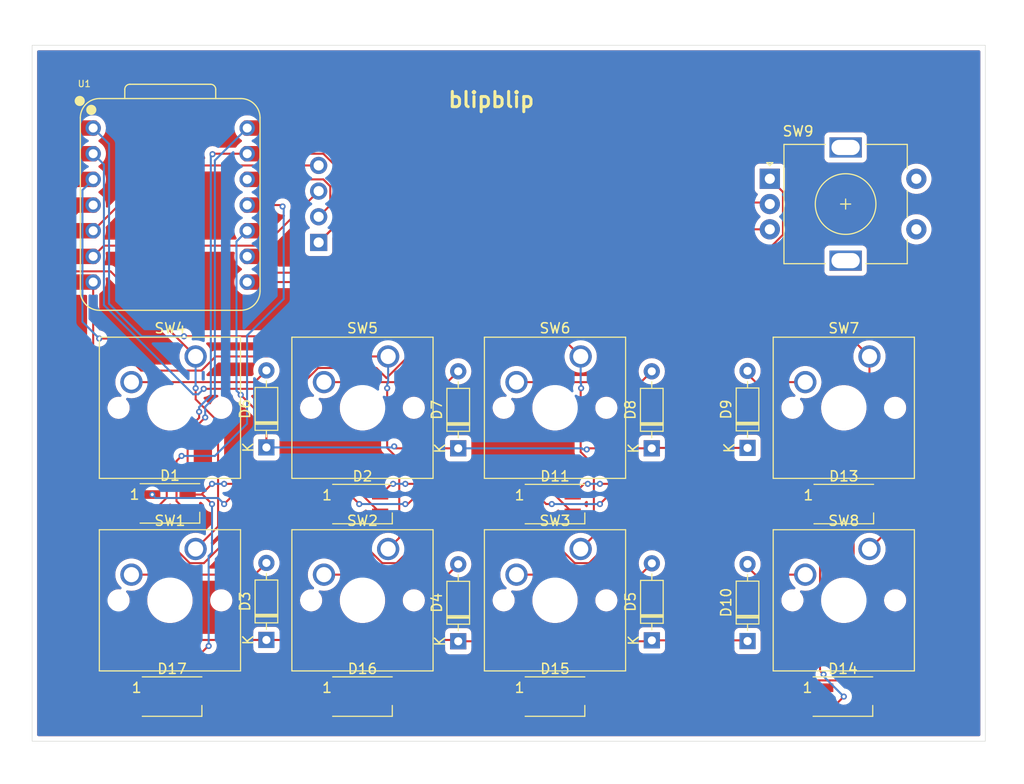
<source format=kicad_pcb>
(kicad_pcb (version 20240108) (generator "pcbnew") (generator_version "8.0")
  (layers (0 "F.Cu" signal) (31 "B.Cu" signal) (34 "B.Paste" user) (35 "F.Paste" user) (36 "B.SilkS" user "B.Silkscreen") (37 "F.SilkS" user "F.Silkscreen") (38 "B.Mask" user) (39 "F.Mask" user) (44 "Edge.Cuts" user))
  (net 0 "")
  (net 1 "+5V")
  (net 2 "NEOPIXEL")
  (net 3 "Net-(D1-DOUT)")
  (net 4 "GND")
  (net 5 "Net-(D11-DIN)")
  (net 6 "Net-(D11-DOUT)")
  (net 7 "SDA")
  (net 8 "SCL")
  (net 9 "3V3")
  (net 10 "Net-(D3-A)")
  (net 11 "col2")
  (net 12 "Net-(D4-A)")
  (net 13 "Net-(D5-A)")
  (net 14 "col3")
  (net 15 "Net-(D6-A)")
  (net 16 "Net-(D7-A)")
  (net 17 "Net-(D8-A)")
  (net 18 "col4")
  (net 19 "Net-(D9-A)")
  (net 20 "Net-(D10-A)")
  (net 21 "row2")
  (net 22 "row1")
  (net 23 "col1")
  (net 24 "EC11A")
  (net 25 "EC11B")
  (net 26 "Net-(D14-DOUT)")
  (net 27 "Net-(D15-DOUT)")
  (net 28 "Net-(D16-DOUT)")
  (net 30 "Net-(D13-DOUT)")
  (footprint "Button_Switch_Keyboard:SW_Cherry_MX_1.00u_PCB" (layer "F.Cu") (at 109.395 83.185)
    (property "Reference" "SW7" (at -2.54 -2.794 0) (layer "F.SilkS"))
    (property "Value" "SW_Push_45deg")
    (pad "" np_thru_hole circle (at -7.62 5.08) (size 1.7 1.7) (drill 1.7) (layers "*.Cu" "*.Mask"))
    (pad "" np_thru_hole circle (at -2.54 5.08) (size 4 4) (drill 4) (layers "*.Cu" "*.Mask"))
    (pad "" np_thru_hole circle (at 2.54 5.08) (size 1.7 1.7) (drill 1.7) (layers "*.Cu" "*.Mask"))
    (pad "1" thru_hole circle (at 0 0) (size 2.2 2.2) (drill 1.5) (layers "*.Cu" "*.Mask") (net 18 "col4"))
    (pad "2" thru_hole circle (at -6.35 2.54) (size 2.2 2.2) (drill 1.5) (layers "*.Cu" "*.Mask") (net 19 "Net-(D9-A)"))
  )
  (footprint "Button_Switch_Keyboard:SW_Cherry_MX_1.00u_PCB" (layer "F.Cu") (at 42.72 102.235)
    (property "Reference" "SW1" (at -2.54 -2.794 0) (layer "F.SilkS"))
    (property "Value" "SW_Push_45deg")
    (pad "" np_thru_hole circle (at -7.62 5.08) (size 1.7 1.7) (drill 1.7) (layers "*.Cu" "*.Mask"))
    (pad "" np_thru_hole circle (at -2.54 5.08) (size 4 4) (drill 4) (layers "*.Cu" "*.Mask"))
    (pad "" np_thru_hole circle (at 2.54 5.08) (size 1.7 1.7) (drill 1.7) (layers "*.Cu" "*.Mask"))
    (pad "1" thru_hole circle (at 0 0) (size 2.2 2.2) (drill 1.5) (layers "*.Cu" "*.Mask") (net 23 "col1"))
    (pad "2" thru_hole circle (at -6.35 2.54) (size 2.2 2.2) (drill 1.5) (layers "*.Cu" "*.Mask") (net 10 "Net-(D3-A)"))
  )
  (footprint "Button_Switch_Keyboard:SW_Cherry_MX_1.00u_PCB" (layer "F.Cu") (at 61.77 83.185)
    (property "Reference" "SW5" (at -2.54 -2.794 0) (layer "F.SilkS"))
    (property "Value" "SW_Push_45deg")
    (pad "" np_thru_hole circle (at -7.62 5.08) (size 1.7 1.7) (drill 1.7) (layers "*.Cu" "*.Mask"))
    (pad "" np_thru_hole circle (at -2.54 5.08) (size 4 4) (drill 4) (layers "*.Cu" "*.Mask"))
    (pad "" np_thru_hole circle (at 2.54 5.08) (size 1.7 1.7) (drill 1.7) (layers "*.Cu" "*.Mask"))
    (pad "1" thru_hole circle (at 0 0) (size 2.2 2.2) (drill 1.5) (layers "*.Cu" "*.Mask") (net 11 "col2"))
    (pad "2" thru_hole circle (at -6.35 2.54) (size 2.2 2.2) (drill 1.5) (layers "*.Cu" "*.Mask") (net 16 "Net-(D7-A)"))
  )
  (footprint "Diode_THT:D_DO-35_SOD27_P7.62mm_Horizontal" (layer "F.Cu") (at 49.725 111.235 90)
    (property "Reference" "D3" (at 3.81 -2.12 90) (layer "F.SilkS"))
    (property "Value" "Diode")
    (fp_text user "K" (at 0 -1.8 90) (layer "F.SilkS"))
    (pad "1" thru_hole rect (at 0 0 90) (size 1.6 1.6) (drill 0.8) (layers "*.Cu" "*.Mask") (net 21 "row2"))
    (pad "2" thru_hole oval (at 7.62 0 90) (size 1.6 1.6) (drill 0.8) (layers "*.Cu" "*.Mask") (net 10 "Net-(D3-A)"))
  )
  (footprint "Diode_THT:D_DO-35_SOD27_P7.62mm_Horizontal" (layer "F.Cu") (at 87.855 92.275 90)
    (property "Reference" "D8" (at 3.81 -2.12 90) (layer "F.SilkS"))
    (property "Value" "Diode")
    (fp_text user "K" (at 0 -1.8 90) (layer "F.SilkS"))
    (pad "1" thru_hole rect (at 0 0 90) (size 1.6 1.6) (drill 0.8) (layers "*.Cu" "*.Mask") (net 22 "row1"))
    (pad "2" thru_hole oval (at 7.62 0 90) (size 1.6 1.6) (drill 0.8) (layers "*.Cu" "*.Mask") (net 17 "Net-(D8-A)"))
  )
  (footprint "Diode_THT:D_DO-35_SOD27_P7.62mm_Horizontal" (layer "F.Cu") (at 87.865 111.275 90)
    (property "Reference" "D5" (at 3.81 -2.12 90) (layer "F.SilkS"))
    (property "Value" "Diode")
    (fp_text user "K" (at 0 -1.8 90) (layer "F.SilkS"))
    (pad "1" thru_hole rect (at 0 0 90) (size 1.6 1.6) (drill 0.8) (layers "*.Cu" "*.Mask") (net 21 "row2"))
    (pad "2" thru_hole oval (at 7.62 0 90) (size 1.6 1.6) (drill 0.8) (layers "*.Cu" "*.Mask") (net 13 "Net-(D5-A)"))
  )
  (footprint "Button_Switch_Keyboard:SW_Cherry_MX_1.00u_PCB" (layer "F.Cu") (at 109.395 102.235)
    (property "Reference" "SW8" (at -2.54 -2.794 0) (layer "F.SilkS"))
    (property "Value" "SW_Push_45deg")
    (pad "" np_thru_hole circle (at -7.62 5.08) (size 1.7 1.7) (drill 1.7) (layers "*.Cu" "*.Mask"))
    (pad "" np_thru_hole circle (at -2.54 5.08) (size 4 4) (drill 4) (layers "*.Cu" "*.Mask"))
    (pad "" np_thru_hole circle (at 2.54 5.08) (size 1.7 1.7) (drill 1.7) (layers "*.Cu" "*.Mask"))
    (pad "1" thru_hole circle (at 0 0) (size 2.2 2.2) (drill 1.5) (layers "*.Cu" "*.Mask") (net 18 "col4"))
    (pad "2" thru_hole circle (at -6.35 2.54) (size 2.2 2.2) (drill 1.5) (layers "*.Cu" "*.Mask") (net 20 "Net-(D10-A)"))
  )
  (footprint "LED_SMD:LED_SK6812MINI_PLCC4_3.5x3.5mm_P1.75mm" (layer "F.Cu") (at 78.28 97.79)
    (property "Reference" "D11" (at 0 -2.75 0) (layer "F.SilkS"))
    (property "Value" "SK6812MINI")
    (fp_text user "1" (at -3.5 -0.875 0) (layer "F.SilkS"))
    (pad "1" smd rect (at -1.75 -0.875) (size 1.6 0.85) (layers "F.Cu" "F.Paste" "F.Mask") (net 6 "Net-(D11-DOUT)"))
    (pad "2" smd rect (at -1.75 0.875) (size 1.6 0.85) (layers "F.Cu" "F.Paste" "F.Mask") (net 4 "GND"))
    (pad "3" smd rect (at 1.75 0.875) (size 1.6 0.85) (layers "F.Cu" "F.Paste" "F.Mask") (net 5 "Net-(D11-DIN)"))
    (pad "4" smd rect (at 1.75 -0.875) (size 1.6 0.85) (layers "F.Cu" "F.Paste" "F.Mask") (net 1 "+5V"))
  )
  (footprint "Button_Switch_Keyboard:SW_Cherry_MX_1.00u_PCB" (layer "F.Cu") (at 80.82 102.235)
    (property "Reference" "SW3" (at -2.54 -2.794 0) (layer "F.SilkS"))
    (property "Value" "SW_Push_45deg")
    (pad "" np_thru_hole circle (at -7.62 5.08) (size 1.7 1.7) (drill 1.7) (layers "*.Cu" "*.Mask"))
    (pad "" np_thru_hole circle (at -2.54 5.08) (size 4 4) (drill 4) (layers "*.Cu" "*.Mask"))
    (pad "" np_thru_hole circle (at 2.54 5.08) (size 1.7 1.7) (drill 1.7) (layers "*.Cu" "*.Mask"))
    (pad "1" thru_hole circle (at 0 0) (size 2.2 2.2) (drill 1.5) (layers "*.Cu" "*.Mask") (net 14 "col3"))
    (pad "2" thru_hole circle (at -6.35 2.54) (size 2.2 2.2) (drill 1.5) (layers "*.Cu" "*.Mask") (net 13 "Net-(D5-A)"))
  )
  (footprint "LED_SMD:LED_SK6812MINI_PLCC4_3.5x3.5mm_P1.75mm" (layer "F.Cu") (at 40.18 97.725)
    (property "Reference" "D1" (at 0 -2.75 0) (layer "F.SilkS"))
    (property "Value" "SK6812MINI")
    (fp_text user "1" (at -3.5 -0.875 0) (layer "F.SilkS"))
    (pad "1" smd rect (at -1.75 -0.875) (size 1.6 0.85) (layers "F.Cu" "F.Paste" "F.Mask") (net 3 "Net-(D1-DOUT)"))
    (pad "2" smd rect (at -1.75 0.875) (size 1.6 0.85) (layers "F.Cu" "F.Paste" "F.Mask") (net 4 "GND"))
    (pad "3" smd rect (at 1.75 0.875) (size 1.6 0.85) (layers "F.Cu" "F.Paste" "F.Mask") (net 2 "NEOPIXEL"))
    (pad "4" smd rect (at 1.75 -0.875) (size 1.6 0.85) (layers "F.Cu" "F.Paste" "F.Mask") (net 1 "+5V"))
  )
  (footprint "LED_SMD:LED_SK6812MINI_PLCC4_3.5x3.5mm_P1.75mm" (layer "F.Cu") (at 78.28 116.84)
    (property "Reference" "D15" (at 0 -2.75 0) (layer "F.SilkS"))
    (property "Value" "SK6812MINI")
    (fp_text user "1" (at -3.5 -0.875 0) (layer "F.SilkS"))
    (pad "1" smd rect (at -1.75 -0.875) (size 1.6 0.85) (layers "F.Cu" "F.Paste" "F.Mask") (net 27 "Net-(D15-DOUT)"))
    (pad "2" smd rect (at -1.75 0.875) (size 1.6 0.85) (layers "F.Cu" "F.Paste" "F.Mask") (net 4 "GND"))
    (pad "3" smd rect (at 1.75 0.875) (size 1.6 0.85) (layers "F.Cu" "F.Paste" "F.Mask") (net 26 "Net-(D14-DOUT)"))
    (pad "4" smd rect (at 1.75 -0.875) (size 1.6 0.85) (layers "F.Cu" "F.Paste" "F.Mask") (net 1 "+5V"))
  )
  (footprint "Button_Switch_Keyboard:SW_Cherry_MX_1.00u_PCB" (layer "F.Cu") (at 80.82 83.185)
    (property "Reference" "SW6" (at -2.54 -2.794 0) (layer "F.SilkS"))
    (property "Value" "SW_Push_45deg")
    (pad "" np_thru_hole circle (at -7.62 5.08) (size 1.7 1.7) (drill 1.7) (layers "*.Cu" "*.Mask"))
    (pad "" np_thru_hole circle (at -2.54 5.08) (size 4 4) (drill 4) (layers "*.Cu" "*.Mask"))
    (pad "" np_thru_hole circle (at 2.54 5.08) (size 1.7 1.7) (drill 1.7) (layers "*.Cu" "*.Mask"))
    (pad "1" thru_hole circle (at 0 0) (size 2.2 2.2) (drill 1.5) (layers "*.Cu" "*.Mask") (net 14 "col3"))
    (pad "2" thru_hole circle (at -6.35 2.54) (size 2.2 2.2) (drill 1.5) (layers "*.Cu" "*.Mask") (net 17 "Net-(D8-A)"))
  )
  (footprint "Diode_THT:D_DO-35_SOD27_P7.62mm_Horizontal" (layer "F.Cu") (at 68.705 111.365 90)
    (property "Reference" "D4" (at 3.81 -2.12 90) (layer "F.SilkS"))
    (property "Value" "Diode")
    (fp_text user "K" (at 0 -1.8 90) (layer "F.SilkS"))
    (pad "1" thru_hole rect (at 0 0 90) (size 1.6 1.6) (drill 0.8) (layers "*.Cu" "*.Mask") (net 21 "row2"))
    (pad "2" thru_hole oval (at 7.62 0 90) (size 1.6 1.6) (drill 0.8) (layers "*.Cu" "*.Mask") (net 12 "Net-(D4-A)"))
  )
  (footprint "Diode_THT:D_DO-35_SOD27_P7.62mm_Horizontal" (layer "F.Cu") (at 97.33 92.235 90)
    (property "Reference" "D9" (at 3.81 -2.12 90) (layer "F.SilkS"))
    (property "Value" "Diode")
    (fp_text user "K" (at 0 -1.8 90) (layer "F.SilkS"))
    (pad "1" thru_hole rect (at 0 0 90) (size 1.6 1.6) (drill 0.8) (layers "*.Cu" "*.Mask") (net 22 "row1"))
    (pad "2" thru_hole oval (at 7.62 0 90) (size 1.6 1.6) (drill 0.8) (layers "*.Cu" "*.Mask") (net 19 "Net-(D9-A)"))
  )
  (footprint "Diode_THT:D_DO-35_SOD27_P7.62mm_Horizontal" (layer "F.Cu") (at 97.33 111.345 90)
    (property "Reference" "D10" (at 3.81 -2.12 90) (layer "F.SilkS"))
    (property "Value" "Diode")
    (pad "1" thru_hole rect (at 0 0 90) (size 1.6 1.6) (drill 0.8) (layers "*.Cu" "*.Mask") (net 21 "row2"))
    (pad "2" thru_hole oval (at 7.62 0 90) (size 1.6 1.6) (drill 0.8) (layers "*.Cu" "*.Mask") (net 20 "Net-(D10-A)"))
  )
  (footprint "ScottoKeebs_Components:OLED_128x32" (layer "F.Cu") (at 53.295 62.105)
    (property "Reference" "J2" (hide yes))
    (property "Value" "OLED_128x32")
    (pad "1" thru_hole rect (at 1.6 9.8 180) (size 1.7 1.7) (drill 1) (layers "*.Cu" "*.Mask") (net 4 "GND"))
    (pad "2" thru_hole oval (at 1.6 7.26 180) (size 1.7 1.7) (drill 1) (layers "*.Cu" "*.Mask") (net 9 "3V3"))
    (pad "3" thru_hole oval (at 1.6 4.72 180) (size 1.7 1.7) (drill 1) (layers "*.Cu" "*.Mask") (net 8 "SCL"))
    (pad "4" thru_hole oval (at 1.6 2.18 180) (size 1.7 1.7) (drill 1) (layers "*.Cu" "*.Mask") (net 7 "SDA"))
  )
  (footprint "LED_SMD:LED_SK6812MINI_PLCC4_3.5x3.5mm_P1.75mm" (layer "F.Cu") (at 40.3925 116.84)
    (property "Reference" "D17" (at 0 -2.75 0) (layer "F.SilkS"))
    (property "Value" "SK6812MINI")
    (fp_text user "1" (at -3.5 -0.875 0) (layer "F.SilkS"))
    (pad "1" smd rect (at -1.75 -0.875) (size 1.6 0.85) (layers "F.Cu" "F.Paste" "F.Mask"))
    (pad "2" smd rect (at -1.75 0.875) (size 1.6 0.85) (layers "F.Cu" "F.Paste" "F.Mask") (net 4 "GND"))
    (pad "3" smd rect (at 1.75 0.875) (size 1.6 0.85) (layers "F.Cu" "F.Paste" "F.Mask") (net 28 "Net-(D16-DOUT)"))
    (pad "4" smd rect (at 1.75 -0.875) (size 1.6 0.85) (layers "F.Cu" "F.Paste" "F.Mask") (net 1 "+5V"))
  )
  (footprint "Button_Switch_Keyboard:SW_Cherry_MX_1.00u_PCB" (layer "F.Cu") (at 42.72 83.185)
    (property "Reference" "SW4" (at -2.54 -2.794 0) (layer "F.SilkS"))
    (property "Value" "SW_Push_45deg")
    (pad "" np_thru_hole circle (at -7.62 5.08) (size 1.7 1.7) (drill 1.7) (layers "*.Cu" "*.Mask"))
    (pad "" np_thru_hole circle (at -2.54 5.08) (size 4 4) (drill 4) (layers "*.Cu" "*.Mask"))
    (pad "" np_thru_hole circle (at 2.54 5.08) (size 1.7 1.7) (drill 1.7) (layers "*.Cu" "*.Mask"))
    (pad "1" thru_hole circle (at 0 0) (size 2.2 2.2) (drill 1.5) (layers "*.Cu" "*.Mask") (net 23 "col1"))
    (pad "2" thru_hole circle (at -6.35 2.54) (size 2.2 2.2) (drill 1.5) (layers "*.Cu" "*.Mask") (net 15 "Net-(D6-A)"))
  )
  (footprint "LED_SMD:LED_SK6812MINI_PLCC4_3.5x3.5mm_P1.75mm" (layer "F.Cu") (at 59.23 116.84)
    (property "Reference" "D16" (at 0 -2.75 0) (layer "F.SilkS"))
    (property "Value" "SK6812MINI")
    (fp_text user "1" (at -3.5 -0.875 0) (layer "F.SilkS"))
    (pad "1" smd rect (at -1.75 -0.875) (size 1.6 0.85) (layers "F.Cu" "F.Paste" "F.Mask") (net 28 "Net-(D16-DOUT)"))
    (pad "2" smd rect (at -1.75 0.875) (size 1.6 0.85) (layers "F.Cu" "F.Paste" "F.Mask") (net 4 "GND"))
    (pad "3" smd rect (at 1.75 0.875) (size 1.6 0.85) (layers "F.Cu" "F.Paste" "F.Mask") (net 27 "Net-(D15-DOUT)"))
    (pad "4" smd rect (at 1.75 -0.875) (size 1.6 0.85) (layers "F.Cu" "F.Paste" "F.Mask") (net 1 "+5V"))
  )
  (footprint "Rotary_Encoder:RotaryEncoder_Alps_EC11E-Switch_Vertical_H20mm" (layer "F.Cu") (at 99.535 65.605)
    (property "Reference" "SW9" (at 2.8 -4.7 0) (layer "F.SilkS"))
    (property "Value" "RotaryEncoder_Switch")
    (pad "A" thru_hole rect (at 0 0) (size 2 2) (drill 1) (layers "*.Cu" "*.Mask") (net 25 "EC11B"))
    (pad "B" thru_hole circle (at 0 5) (size 2 2) (drill 1) (layers "*.Cu" "*.Mask") (net 24 "EC11A"))
    (pad "C" thru_hole circle (at 0 2.5) (size 2 2) (drill 1) (layers "*.Cu" "*.Mask") (net 4 "GND"))
    (pad "MP" thru_hole rect (at 7.5 -3.1) (size 3.2 2) (drill oval 2.8 1.5) (layers "*.Cu" "*.Mask"))
    (pad "MP" thru_hole rect (at 7.5 8.1) (size 3.2 2) (drill oval 2.8 1.5) (layers "*.Cu" "*.Mask"))
    (pad "S1" thru_hole circle (at 14.5 5) (size 2 2) (drill 1) (layers "*.Cu" "*.Mask"))
    (pad "S2" thru_hole circle (at 14.5 0) (size 2 2) (drill 1) (layers "*.Cu" "*.Mask"))
  )
  (footprint "Button_Switch_Keyboard:SW_Cherry_MX_1.00u_PCB" (layer "F.Cu") (at 61.77 102.235)
    (property "Reference" "SW2" (at -2.54 -2.794 0) (layer "F.SilkS"))
    (property "Value" "SW_Push_45deg")
    (pad "" np_thru_hole circle (at -7.62 5.08) (size 1.7 1.7) (drill 1.7) (layers "*.Cu" "*.Mask"))
    (pad "" np_thru_hole circle (at -2.54 5.08) (size 4 4) (drill 4) (layers "*.Cu" "*.Mask"))
    (pad "" np_thru_hole circle (at 2.54 5.08) (size 1.7 1.7) (drill 1.7) (layers "*.Cu" "*.Mask"))
    (pad "1" thru_hole circle (at 0 0) (size 2.2 2.2) (drill 1.5) (layers "*.Cu" "*.Mask") (net 11 "col2"))
    (pad "2" thru_hole circle (at -6.35 2.54) (size 2.2 2.2) (drill 1.5) (layers "*.Cu" "*.Mask") (net 12 "Net-(D4-A)"))
  )
  (footprint "LED_SMD:LED_SK6812MINI_PLCC4_3.5x3.5mm_P1.75mm" (layer "F.Cu") (at 106.855 97.79)
    (property "Reference" "D13" (at 0 -2.75 0) (layer "F.SilkS"))
    (property "Value" "SK6812MINI")
    (fp_text user "1" (at -3.5 -0.875 0) (layer "F.SilkS"))
    (pad "1" smd rect (at -1.75 -0.875) (size 1.6 0.85) (layers "F.Cu" "F.Paste" "F.Mask") (net 30 "Net-(D13-DOUT)"))
    (pad "2" smd rect (at -1.75 0.875) (size 1.6 0.85) (layers "F.Cu" "F.Paste" "F.Mask") (net 4 "GND"))
    (pad "3" smd rect (at 1.75 0.875) (size 1.6 0.85) (layers "F.Cu" "F.Paste" "F.Mask") (net 6 "Net-(D11-DOUT)"))
    (pad "4" smd rect (at 1.75 -0.875) (size 1.6 0.85) (layers "F.Cu" "F.Paste" "F.Mask") (net 1 "+5V"))
  )
  (footprint "Diode_THT:D_DO-35_SOD27_P7.62mm_Horizontal" (layer "F.Cu") (at 49.725 92.185 90)
    (property "Reference" "D6" (at 3.81 -2.12 90) (layer "F.SilkS"))
    (property "Value" "Diode")
    (fp_text user "K" (at 0 -1.8 90) (layer "F.SilkS"))
    (pad "1" thru_hole rect (at 0 0 90) (size 1.6 1.6) (drill 0.8) (layers "*.Cu" "*.Mask") (net 22 "row1"))
    (pad "2" thru_hole oval (at 7.62 0 90) (size 1.6 1.6) (drill 0.8) (layers "*.Cu" "*.Mask") (net 15 "Net-(D6-A)"))
  )
  (footprint "Seeed Studio XIAO Series Library:XIAO-RP2040-DIP" (layer "F.Cu") (at 40.205 68.205)
    (property "Reference" "U1" (at -8.5 -12 0) (layer "F.SilkS") (effects (font (size 0.635 0.635) (thickness 0.1016))))
    (property "Value" "XIAO-RP2040-DIP")
    (pad "1" smd roundrect (at -8.455 -7.62 180) (size 2.432 1.524) (layers "F.Cu" "F.Mask") (roundrect_rratio 0.1) (net 18 "col4"))
    (pad "1" thru_hole circle (at -7.62 -7.62 180) (size 1.524 1.524) (drill 0.889) (layers "*.Cu" "*.Mask") (net 18 "col4"))
    (pad "2" smd roundrect (at -8.455 -5.08 180) (size 2.432 1.524) (layers "F.Cu" "F.Mask") (roundrect_rratio 0.1) (net 14 "col3"))
    (pad "2" thru_hole circle (at -7.62 -5.08 180) (size 1.524 1.524) (drill 0.889) (layers "*.Cu" "*.Mask") (net 14 "col3"))
    (pad "3" smd roundrect (at -8.455 -2.54 180) (size 2.432 1.524) (layers "F.Cu" "F.Mask") (roundrect_rratio 0.1) (net 11 "col2"))
    (pad "3" thru_hole circle (at -7.62 -2.54 180) (size 1.524 1.524) (drill 0.889) (layers "*.Cu" "*.Mask") (net 11 "col2"))
    (pad "4" smd roundrect (at -8.455 0 180) (size 2.432 1.524) (layers "F.Cu" "F.Mask") (roundrect_rratio 0.1) (net 23 "col1"))
    (pad "4" thru_hole circle (at -7.62 0 180) (size 1.524 1.524) (drill 0.889) (layers "*.Cu" "*.Mask") (net 23 "col1"))
    (pad "5" smd roundrect (at -8.455 2.54 180) (size 2.432 1.524) (layers "F.Cu" "F.Mask") (roundrect_rratio 0.1) (net 7 "SDA"))
    (pad "5" thru_hole circle (at -7.62 2.54 180) (size 1.524 1.524) (drill 0.889) (layers "*.Cu" "*.Mask") (net 7 "SDA"))
    (pad "6" smd roundrect (at -8.455 5.08 180) (size 2.432 1.524) (layers "F.Cu" "F.Mask") (roundrect_rratio 0.1) (net 8 "SCL"))
    (pad "6" thru_hole circle (at -7.62 5.08 180) (size 1.524 1.524) (drill 0.889) (layers "*.Cu" "*.Mask") (net 8 "SCL"))
    (pad "7" smd roundrect (at -8.455 7.62 180) (size 2.432 1.524) (layers "F.Cu" "F.Mask") (roundrect_rratio 0.1) (net 21 "row2"))
    (pad "7" thru_hole circle (at -7.62 7.62 180) (size 1.524 1.524) (drill 0.889) (layers "*.Cu" "*.Mask") (net 21 "row2"))
    (pad "8" thru_hole circle (at 7.62 7.62) (size 1.524 1.524) (drill 0.889) (layers "*.Cu" "*.Mask") (net 25 "EC11B"))
    (pad "8" smd roundrect (at 8.455 7.62) (size 2.432 1.524) (layers "F.Cu" "F.Mask") (roundrect_rratio 0.1) (net 25 "EC11B"))
    (pad "9" thru_hole circle (at 7.62 5.08) (size 1.524 1.524) (drill 0.889) (layers "*.Cu" "*.Mask") (net 24 "EC11A"))
    (pad "9" smd roundrect (at 8.455 5.08) (size 2.432 1.524) (layers "F.Cu" "F.Mask") (roundrect_rratio 0.1) (net 24 "EC11A"))
    (pad "10" thru_hole circle (at 7.62 2.54) (size 1.524 1.524) (drill 0.889) (layers "*.Cu" "*.Mask") (net 22 "row1"))
    (pad "10" smd roundrect (at 8.455 2.54) (size 2.432 1.524) (layers "F.Cu" "F.Mask") (roundrect_rratio 0.1) (net 22 "row1"))
    (pad "11" thru_hole circle (at 7.62 0) (size 1.524 1.524) (drill 0.889) (layers "*.Cu" "*.Mask") (net 2 "NEOPIXEL"))
    (pad "11" smd roundrect (at 8.455 0) (size 2.432 1.524) (layers "F.Cu" "F.Mask") (roundrect_rratio 0.1) (net 2 "NEOPIXEL"))
    (pad "12" thru_hole circle (at 7.62 -2.54) (size 1.524 1.524) (drill 0.889) (layers "*.Cu" "*.Mask") (net 9 "3V3"))
    (pad "12" smd roundrect (at 8.455 -2.54) (size 2.432 1.524) (layers "F.Cu" "F.Mask") (roundrect_rratio 0.1) (net 9 "3V3"))
    (pad "13" thru_hole circle (at 7.62 -5.08) (size 1.524 1.524) (drill 0.889) (layers "*.Cu" "*.Mask") (net 4 "GND"))
    (pad "13" smd roundrect (at 8.455 -5.08) (size 2.432 1.524) (layers "F.Cu" "F.Mask") (roundrect_rratio 0.1) (net 4 "GND"))
    (pad "14" thru_hole circle (at 7.62 -7.62) (size 1.524 1.524) (drill 0.889) (layers "*.Cu" "*.Mask") (net 1 "+5V"))
    (pad "14" smd roundrect (at 8.455 -7.62) (size 2.432 1.524) (layers "F.Cu" "F.Mask") (roundrect_rratio 0.1) (net 1 "+5V"))
  )
  (footprint "LED_SMD:LED_SK6812MINI_PLCC4_3.5x3.5mm_P1.75mm" (layer "F.Cu") (at 106.7675 116.84)
    (property "Reference" "D14" (at 0 -2.75 0) (layer "F.SilkS"))
    (property "Value" "SK6812MINI")
    (fp_text user "1" (at -3.5 -0.875 0) (layer "F.SilkS"))
    (pad "1" smd rect (at -1.75 -0.875) (size 1.6 0.85) (layers "F.Cu" "F.Paste" "F.Mask") (net 26 "Net-(D14-DOUT)"))
    (pad "2" smd rect (at -1.75 0.875) (size 1.6 0.85) (layers "F.Cu" "F.Paste" "F.Mask") (net 4 "GND"))
    (pad "3" smd rect (at 1.75 0.875) (size 1.6 0.85) (layers "F.Cu" "F.Paste" "F.Mask") (net 30 "Net-(D13-DOUT)"))
    (pad "4" smd rect (at 1.75 -0.875) (size 1.6 0.85) (layers "F.Cu" "F.Paste" "F.Mask") (net 1 "+5V"))
  )
  (footprint "LED_SMD:LED_SK6812MINI_PLCC4_3.5x3.5mm_P1.75mm" (layer "F.Cu") (at 59.23 97.79)
    (property "Reference" "D2" (at 0 -2.75 0) (layer "F.SilkS"))
    (property "Value" "SK6812MINI")
    (fp_text user "1" (at -3.5 -0.875 0) (layer "F.SilkS"))
    (pad "1" smd rect (at -1.75 -0.875) (size 1.6 0.85) (layers "F.Cu" "F.Paste" "F.Mask") (net 5 "Net-(D11-DIN)"))
    (pad "2" smd rect (at -1.75 0.875) (size 1.6 0.85) (layers "F.Cu" "F.Paste" "F.Mask") (net 4 "GND"))
    (pad "3" smd rect (at 1.75 0.875) (size 1.6 0.85) (layers "F.Cu" "F.Paste" "F.Mask") (net 3 "Net-(D1-DOUT)"))
    (pad "4" smd rect (at 1.75 -0.875) (size 1.6 0.85) (layers "F.Cu" "F.Paste" "F.Mask") (net 1 "+5V"))
  )
  (footprint "Diode_THT:D_DO-35_SOD27_P7.62mm_Horizontal" (layer "F.Cu") (at 68.705 92.275 90)
    (property "Reference" "D7" (at 3.81 -2.12 90) (layer "F.SilkS"))
    (property "Value" "Diode")
    (fp_text user "K" (at 0 -1.8 90) (layer "F.SilkS"))
    (pad "1" thru_hole rect (at 0 0 90) (size 1.6 1.6) (drill 0.8) (layers "*.Cu" "*.Mask") (net 22 "row1"))
    (pad "2" thru_hole oval (at 7.62 0 90) (size 1.6 1.6) (drill 0.8) (layers "*.Cu" "*.Mask") (net 16 "Net-(D7-A)"))
  )
  (gr_rect (start 26.5425 52.395) (end 120.8625 121.255) (stroke (width 0.05)) (fill none) (layer "Edge.Cuts"))
  (gr_text "blipblip" (at 67.565 58.665 0) (layer "F.SilkS") (effects (font (size 1.5 1.5) (thickness 0.3) (bold yes)) (justify left bottom)))
  (segment (start 80.755 115.24) (end 107.7925 115.24) (width 0.2) (layer "F.Cu") (net 1))
  (segment (start 63.719999 95.79) (end 63.469999 95.79) (width 0.2) (layer "F.Cu") (net 1))
  (segment (start 41.93 96.85) (end 41.93 90.96) (width 0.2) (layer "F.Cu") (net 1))
  (segment (start 44.3425 97.79) (end 43.4025 96.85) (width 0.2) (layer "F.Cu") (net 1))
  (segment (start 63.525 115.24) (end 79.305 115.24) (width 0.2) (layer "F.Cu") (net 1))
  (segment (start 60.255 115.24) (end 60.98 115.965) (width 0.2) (layer "F.Cu") (net 1))
  (segment (start 62.2625 95.79) (end 62.105 95.79) (width 0.2) (layer "F.Cu") (net 1))
  (segment (start 79.305 115.24) (end 80.03 115.965) (width 0.2) (layer "F.Cu") (net 1))
  (segment (start 108.605 96.915) (end 107.48 95.79) (width 0.2) (layer "F.Cu") (net 1))
  (segment (start 62.8 115.965) (end 63.525 115.24) (width 0.2) (layer "F.Cu") (net 1))
  (segment (start 42.1425 113.955) (end 42.1425 115.965) (width 0.2) (layer "F.Cu") (net 1))
  (segment (start 46.7625 95.79) (end 45.5425 95.79) (width 0.2) (layer "F.Cu") (net 1))
  (segment (start 59.855 95.79) (end 46.7625 95.79) (width 0.2) (layer "F.Cu") (net 1))
  (segment (start 60.98 96.915) (end 59.855 95.79) (width 0.2) (layer "F.Cu") (net 1))
  (segment (start 42.1425 113.66) (end 43.9675 111.835) (width 0.2) (layer "F.Cu") (net 1))
  (segment (start 80.03 115.965) (end 80.755 115.24) (width 0.2) (layer "F.Cu") (net 1))
  (segment (start 43.4025 96.85) (end 41.93 96.85) (width 0.2) (layer "F.Cu") (net 1))
  (segment (start 42.8675 115.24) (end 60.255 115.24) (width 0.2) (layer "F.Cu") (net 1))
  (segment (start 107.48 95.79) (end 83.0425 95.79) (width 0.2) (layer "F.Cu") (net 1))
  (segment (start 62.105 95.79) (end 60.98 96.915) (width 0.2) (layer "F.Cu") (net 1))
  (segment (start 81.155 95.79) (end 80.03 96.915) (width 0.2) (layer "F.Cu") (net 1))
  (segment (start 41.93 90.96) (end 43.669707 89.220293) (width 0.2) (layer "F.Cu") (net 1))
  (segment (start 42.1425 115.965) (end 42.8675 115.24) (width 0.2) (layer "F.Cu") (net 1))
  (segment (start 42.1425 113.955) (end 42.1425 113.66) (width 0.2) (layer "F.Cu") (net 1))
  (segment (start 80.03 96.915) (end 78.905 95.79) (width 0.2) (layer "F.Cu") (net 1))
  (segment (start 44.3425 95.79) (end 43.2825 96.85) (width 0.2) (layer "F.Cu") (net 1))
  (segment (start 60.98 115.965) (end 62.8 115.965) (width 0.2) (layer "F.Cu") (net 1))
  (segment (start 43.2825 96.85) (end 41.93 96.85) (width 0.2) (layer "F.Cu") (net 1))
  (segment (start 81.525 95.79) (end 81.155 95.79) (width 0.2) (layer "F.Cu") (net 1))
  (segment (start 78.905 95.79) (end 63.719999 95.79) (width 0.2) (layer "F.Cu") (net 1))
  (segment (start 43.9675 111.835) (end 44.0125 111.835) (width 0.2) (layer "F.Cu") (net 1))
  (segment (start 107.7925 115.24) (end 108.5175 115.965) (width 0.2) (layer "F.Cu") (net 1))
  (via (at 44.0125 111.835) (size 0.6) (drill 0.3) (layers "F.Cu" "B.Cu") (net 1))
  (via (at 81.525 95.79) (size 0.6) (drill 0.3) (layers "F.Cu" "B.Cu") (net 1))
  (via (at 44.3425 95.79) (size 0.6) (drill 0.3) (layers "F.Cu" "B.Cu") (net 1))
  (via (at 45.5425 95.79) (size 0.6) (drill 0.3) (layers "F.Cu" "B.Cu") (net 1))
  (via (at 63.469999 95.79) (size 0.6) (drill 0.3) (layers "F.Cu" "B.Cu") (net 1))
  (via (at 82.725 95.79) (size 0.6) (drill 0.3) (layers "F.Cu" "B.Cu") (net 1))
  (via (at 62.2625 95.79) (size 0.6) (drill 0.3) (layers "F.Cu" "B.Cu") (net 1))
  (via (at 43.669707 89.220293) (size 0.6) (drill 0.3) (layers "F.Cu" "B.Cu") (net 1))
  (via (at 44.3425 97.79) (size 0.6) (drill 0.3) (layers "F.Cu" "B.Cu") (net 1))
  (segment (start 44.0125 111.835) (end 44.0125 102.922399) (width 0.2) (layer "B.Cu") (net 1))
  (segment (start 44.625 87.202944) (end 44.625 63.785) (width 0.2) (layer "B.Cu") (net 1))
  (segment (start 45.5425 95.79) (end 44.3425 95.79) (width 0.2) (layer "B.Cu") (net 1))
  (segment (start 44.625 63.785) (end 47.825 60.585) (width 0.2) (layer "B.Cu") (net 1))
  (segment (start 43.669707 89.220293) (end 43.669707 88.158237) (width 0.2) (layer "B.Cu") (net 1))
  (segment (start 82.725 95.79) (end 81.525 95.79) (width 0.2) (layer "B.Cu") (net 1))
  (segment (start 63.469999 95.79) (end 62.2625 95.79) (width 0.2) (layer "B.Cu") (net 1))
  (segment (start 44.3425 102.592399) (end 44.3425 97.79) (width 0.2) (layer "B.Cu") (net 1))
  (segment (start 43.669707 88.158237) (end 44.625 87.202944) (width 0.2) (layer "B.Cu") (net 1))
  (segment (start 44.0125 102.922399) (end 44.3425 102.592399) (width 0.2) (layer "B.Cu") (net 1))
  (segment (start 40.83 97.5) (end 40.83 93.5275) (width 0.2) (layer "F.Cu") (net 2))
  (segment (start 51.185 68.205) (end 51.325 68.345) (width 0.2) (layer "F.Cu") (net 2))
  (segment (start 40.83 93.5275) (end 41.33 93.0275) (width 0.2) (layer "F.Cu") (net 2))
  (segment (start 47.825 68.205) (end 51.185 68.205) (width 0.2) (layer "F.Cu") (net 2))
  (segment (start 41.93 98.6) (end 40.83 97.5) (width 0.2) (layer "F.Cu") (net 2))
  (via (at 41.33 93.0275) (size 0.6) (drill 0.3) (layers "F.Cu" "B.Cu") (net 2))
  (via (at 51.325 68.345) (size 0.6) (drill 0.3) (layers "F.Cu" "B.Cu") (net 2))
  (segment (start 44.625 93.0275) (end 47.81 89.8425) (width 0.2) (layer "B.Cu") (net 2))
  (segment (start 51.435372 68.455372) (end 51.325 68.345) (width 0.2) (layer "B.Cu") (net 2))
  (segment (start 51.435372 77.489628) (end 51.435372 68.455372) (width 0.2) (layer "B.Cu") (net 2))
  (segment (start 41.33 93.0275) (end 44.625 93.0275) (width 0.2) (layer "B.Cu") (net 2))
  (segment (start 47.81 89.8425) (end 47.81 81.115) (width 0.2) (layer "B.Cu") (net 2))
  (segment (start 47.81 81.115) (end 51.435372 77.489628) (width 0.2) (layer "B.Cu") (net 2))
  (segment (start 58.505 96.19) (end 60.98 98.665) (width 0.2) (layer "F.Cu") (net 3))
  (segment (start 45.5425 97.79) (end 47.1425 96.19) (width 0.2) (layer "F.Cu") (net 3))
  (segment (start 47.1425 96.19) (end 58.505 96.19) (width 0.2) (layer "F.Cu") (net 3))
  (via (at 45.5425 97.79) (size 0.6) (drill 0.3) (layers "F.Cu" "B.Cu") (net 3))
  (via (at 38.43 96.85) (size 0.6) (drill 0.3) (layers "F.Cu" "B.Cu") (net 3))
  (segment (start 38.77 97.19) (end 38.43 96.85) (width 0.2) (layer "B.Cu") (net 3))
  (segment (start 45.5425 97.79) (end 44.9425 97.19) (width 0.2) (layer "B.Cu") (net 3))
  (segment (start 44.9425 97.19) (end 38.77 97.19) (width 0.2) (layer "B.Cu") (net 3))
  (segment (start 54.895 71.905) (end 58.845 67.955) (width 0.2) (layer "F.Cu") (net 4))
  (segment (start 58.7625 118.44) (end 76.3625 118.44) (width 0.2) (layer "F.Cu") (net 4))
  (segment (start 105.0175 117.715) (end 104.2925 118.44) (width 0.2) (layer "F.Cu") (net 4))
  (segment (start 56.445 64.208654) (end 55.361346 63.125) (width 0.2) (layer "F.Cu") (net 4))
  (segment (start 105.105 98.665) (end 104.505 99.265) (width 0.2) (layer "F.Cu") (net 4))
  (segment (start 76.53 99.924899) (end 80.240101 103.635) (width 0.2) (layer "F.Cu") (net 4))
  (segment (start 81.6425 103.635) (end 86.6125 98.665) (width 0.2) (layer "F.Cu") (net 4))
  (segment (start 77.255 118.44) (end 76.53 117.715) (width 0.2) (layer "F.Cu") (net 4))
  (segment (start 42.140101 103.635) (end 43.5425 103.635) (width 0.2) (layer "F.Cu") (net 4))
  (segment (start 67.5625 98.665) (end 76.53 98.665) (width 0.2) (layer "F.Cu") (net 4))
  (segment (start 56.755 118.44) (end 57.48 117.715) (width 0.2) (layer "F.Cu") (net 4))
  (segment (start 54.895 71.905) (end 56.445 70.355) (width 0.2) (layer "F.Cu") (net 4))
  (segment (start 38.43 98.6) (end 39.8625 97.1675) (width 0.2) (layer "F.Cu") (net 4))
  (segment (start 62.5925 103.635) (end 67.5625 98.665) (width 0.2) (layer "F.Cu") (net 4))
  (segment (start 104.2925 118.44) (end 77.255 118.44) (width 0.2) (layer "F.Cu") (net 4))
  (segment (start 38.6425 117.715) (end 39.3675 118.44) (width 0.2) (layer "F.Cu") (net 4))
  (segment (start 38.43 99.924899) (end 42.140101 103.635) (width 0.2) (layer "F.Cu") (net 4))
  (segment (start 76.3625 118.44) (end 77.0875 117.715) (width 0.2) (layer "F.Cu") (net 4))
  (segment (start 39.3675 118.44) (end 56.755 118.44) (width 0.2) (layer "F.Cu") (net 4))
  (segment (start 39.8625 92.461814) (end 43.069707 89.254607) (width 0.2) (layer "F.Cu") (net 4))
  (segment (start 76.53 98.665) (end 76.53 99.924899) (width 0.2) (layer "F.Cu") (net 4))
  (segment (start 55.361346 63.125) (end 47.825 63.125) (width 0.2) (layer "F.Cu") (net 4))
  (segment (start 57.48 117.715) (end 58.0375 117.715) (width 0.2) (layer "F.Cu") (net 4))
  (segment (start 61.190101 103.635) (end 62.5925 103.635) (width 0.2) (layer "F.Cu") (net 4))
  (segment (start 43.069707 89.254607) (end 43.069707 88.654606) (width 0.2) (layer "F.Cu") (net 4))
  (segment (start 58.845 67.955) (end 99.385 67.955) (width 0.2) (layer "F.Cu") (net 4))
  (segment (start 106.855 116.84) (end 105.98 117.715) (width 0.2) (layer "F.Cu") (net 4))
  (segment (start 57.48 98.665) (end 57.48 99.924899) (width 0.2) (layer "F.Cu") (net 4))
  (segment (start 48.5125 98.665) (end 57.48 98.665) (width 0.2) (layer "F.Cu") (net 4))
  (segment (start 80.240101 103.635) (end 81.6425 103.635) (width 0.2) (layer "F.Cu") (net 4))
  (segment (start 43.5425 103.635) (end 48.5125 98.665) (width 0.2) (layer "F.Cu") (net 4))
  (segment (start 38.43 98.6) (end 38.43 99.924899) (width 0.2) (layer "F.Cu") (net 4))
  (segment (start 56.445 70.355) (end 56.445 64.208654) (width 0.2) (layer "F.Cu") (net 4))
  (segment (start 104.505 99.265) (end 104.505 114.29) (width 0.2) (layer "F.Cu") (net 4))
  (segment (start 57.48 99.924899) (end 61.190101 103.635) (width 0.2) (layer "F.Cu") (net 4))
  (segment (start 86.6125 98.665) (end 105.105 98.665) (width 0.2) (layer "F.Cu") (net 4))
  (segment (start 39.8625 97.1675) (end 39.8625 92.461814) (width 0.2) (layer "F.Cu") (net 4))
  (segment (start 99.385 67.955) (end 99.535 68.105) (width 0.2) (layer "F.Cu") (net 4))
  (segment (start 44.391985 63.169485) (end 44.43647 63.125) (width 0.2) (layer "F.Cu") (net 4))
  (segment (start 105.98 117.715) (end 105.0175 117.715) (width 0.2) (layer "F.Cu") (net 4))
  (segment (start 44.43647 63.125) (end 47.825 63.125) (width 0.2) (layer "F.Cu") (net 4))
  (segment (start 104.505 114.29) (end 104.855 114.64) (width 0.2) (layer "F.Cu") (net 4))
  (segment (start 58.0375 117.715) (end 58.7625 118.44) (width 0.2) (layer "F.Cu") (net 4))
  (via (at 43.069707 88.654606) (size 0.6) (drill 0.3) (layers "F.Cu" "B.Cu") (net 4))
  (via (at 104.855 114.64) (size 0.6) (drill 0.3) (layers "F.Cu" "B.Cu") (net 4))
  (via (at 44.391985 63.169485) (size 0.6) (drill 0.3) (layers "F.Cu" "B.Cu") (net 4))
  (via (at 106.855 116.84) (size 0.6) (drill 0.3) (layers "F.Cu" "B.Cu") (net 4))
  (segment (start 43.069707 88.192551) (end 43.069707 88.654606) (width 0.2) (layer "B.Cu") (net 4))
  (segment (start 104.855 114.84) (end 106.855 116.84) (width 0.2) (layer "B.Cu") (net 4))
  (segment (start 44.391985 63.169485) (end 44.225 63.33647) (width 0.2) (layer "B.Cu") (net 4))
  (segment (start 44.225 87.037258) (end 43.069707 88.192551) (width 0.2) (layer "B.Cu") (net 4))
  (segment (start 104.855 114.64) (end 104.855 114.84) (width 0.2) (layer "B.Cu") (net 4))
  (segment (start 44.225 63.33647) (end 44.225 87.037258) (width 0.2) (layer "B.Cu") (net 4))
  (segment (start 63.719999 97.79) (end 63.469999 97.79) (width 0.2) (layer "F.Cu") (net 5))
  (segment (start 77.555 96.19) (end 65.319999 96.19) (width 0.2) (layer "F.Cu") (net 5))
  (segment (start 57.48 96.915) (end 58.0375 96.915) (width 0.2) (layer "F.Cu") (net 5))
  (segment (start 65.319999 96.19) (end 63.719999 97.79) (width 0.2) (layer "F.Cu") (net 5))
  (segment (start 80.03 98.665) (end 77.555 96.19) (width 0.2) (layer "F.Cu") (net 5))
  (segment (start 58.0375 96.915) (end 58.9125 97.79) (width 0.2) (layer "F.Cu") (net 5))
  (via (at 58.9125 97.79) (size 0.6) (drill 0.3) (layers "F.Cu" "B.Cu") (net 5))
  (via (at 63.469999 97.79) (size 0.6) (drill 0.3) (layers "F.Cu" "B.Cu") (net 5))
  (segment (start 63.469999 97.79) (end 58.9125 97.79) (width 0.2) (layer "B.Cu") (net 5))
  (segment (start 106.13 96.19) (end 108.605 98.665) (width 0.2) (layer "F.Cu") (net 6))
  (segment (start 77.405 97.79) (end 76.53 96.915) (width 0.2) (layer "F.Cu") (net 6))
  (segment (start 77.9625 97.79) (end 77.405 97.79) (width 0.2) (layer "F.Cu") (net 6))
  (segment (start 84.325 96.19) (end 106.13 96.19) (width 0.2) (layer "F.Cu") (net 6))
  (segment (start 82.725 97.79) (end 84.325 96.19) (width 0.2) (layer "F.Cu") (net 6))
  (via (at 82.725 97.79) (size 0.6) (drill 0.3) (layers "F.Cu" "B.Cu") (net 6))
  (via (at 77.9625 97.79) (size 0.6) (drill 0.3) (layers "F.Cu" "B.Cu") (net 6))
  (segment (start 82.725 97.79) (end 77.9625 97.79) (width 0.2) (layer "B.Cu") (net 6))
  (segment (start 39.045 64.285) (end 32.585 70.745) (width 0.2) (layer "F.Cu") (net 7))
  (segment (start 54.895 64.285) (end 39.045 64.285) (width 0.2) (layer "F.Cu") (net 7))
  (segment (start 49.499214 72.223) (end 33.647 72.223) (width 0.2) (layer "F.Cu") (net 8))
  (segment (start 54.895 66.827214) (end 49.499214 72.223) (width 0.2) (layer "F.Cu") (net 8))
  (segment (start 33.647 72.223) (end 32.585 73.285) (width 0.2) (layer "F.Cu") (net 8))
  (segment (start 54.895 66.825) (end 54.895 66.827214) (width 0.2) (layer "F.Cu") (net 8))
  (segment (start 56.045 66.348654) (end 55.361346 65.665) (width 0.2) (layer "F.Cu") (net 9))
  (segment (start 54.895 69.365) (end 56.045 68.215) (width 0.2) (layer "F.Cu") (net 9))
  (segment (start 55.361346 65.665) (end 47.825 65.665) (width 0.2) (layer "F.Cu") (net 9))
  (segment (start 56.045 68.215) (end 56.045 66.348654) (width 0.2) (layer "F.Cu") (net 9))
  (segment (start 36.37 104.775) (end 48.565 104.775) (width 0.2) (layer "F.Cu") (net 10))
  (segment (start 48.565 104.775) (end 49.725 103.615) (width 0.2) (layer "F.Cu") (net 10))
  (segment (start 61.77 86.42) (end 61.675 86.325) (width 0.2) (layer "F.Cu") (net 11))
  (segment (start 37.335 84.585) (end 34.165 81.415) (width 0.2) (layer "F.Cu") (net 11))
  (segment (start 62.869999 101.135001) (end 62.869999 93.433528) (width 0.2) (layer "F.Cu") (net 11))
  (segment (start 62.869999 93.433528) (end 61.675 92.238529) (width 0.2) (layer "F.Cu") (net 11))
  (segment (start 61.675 92.238529) (end 61.675 86.325) (width 0.2) (layer "F.Cu") (net 11))
  (segment (start 43.299899 84.585) (end 37.335 84.585) (width 0.2) (layer "F.Cu") (net 11))
  (segment (start 61.77 83.185) (end 44.699899 83.185) (width 0.2) (layer "F.Cu") (net 11))
  (segment (start 34.165 81.415) (end 33.185 81.415) (width 0.2) (layer "F.Cu") (net 11))
  (segment (start 44.699899 83.185) (end 43.299899 84.585) (width 0.2) (layer "F.Cu") (net 11))
  (segment (start 61.77 102.235) (end 62.869999 101.135001) (width 0.2) (layer "F.Cu") (net 11))
  (via (at 33.185 81.415) (size 0.6) (drill 0.3) (layers "F.Cu" "B.Cu") (net 11))
  (via (at 61.675 86.325) (size 0.6) (drill 0.3) (layers "F.Cu" "B.Cu") (net 11))
  (segment (start 61.675 86.325) (end 61.675 85.885) (width 0.2) (layer "B.Cu") (net 11))
  (segment (start 61.675 85.885) (end 61.77 85.79) (width 0.2) (layer "B.Cu") (net 11))
  (segment (start 31.523 66.727) (end 32.585 65.665) (width 0.2) (layer "B.Cu") (net 11))
  (segment (start 33.185 81.415) (end 31.523 79.753) (width 0.2) (layer "B.Cu") (net 11))
  (segment (start 61.77 85.79) (end 61.77 83.185) (width 0.2) (layer "B.Cu") (net 11))
  (segment (start 31.523 79.753) (end 31.523 66.727) (width 0.2) (layer "B.Cu") (net 11))
  (segment (start 67.675 104.775) (end 68.705 103.745) (width 0.2) (layer "F.Cu") (net 12))
  (segment (start 55.42 104.775) (end 67.675 104.775) (width 0.2) (layer "F.Cu") (net 12))
  (segment (start 74.47 104.775) (end 86.745 104.775) (width 0.2) (layer "F.Cu") (net 13))
  (segment (start 86.745 104.775) (end 87.865 103.655) (width 0.2) (layer "F.Cu") (net 13))
  (segment (start 61.609899 85.325) (end 60.609899 84.325) (width 0.2) (layer "F.Cu") (net 14))
  (segment (start 80.82 102.235) (end 82.125 100.93) (width 0.2) (layer "F.Cu") (net 14))
  (segment (start 54.840101 84.325) (end 52.778743 86.386358) (width 0.2) (layer "F.Cu") (net 14))
  (segment (start 82.125 100.93) (end 82.125 93.938529) (width 0.2) (layer "F.Cu") (net 14))
  (segment (start 80.82 92.633529) (end 80.82 86.37) (width 0.2) (layer "F.Cu") (net 14))
  (segment (start 60.609899 84.325) (end 54.840101 84.325) (width 0.2) (layer "F.Cu") (net 14))
  (segment (start 80.82 83.185) (end 79.42 81.785) (width 0.2) (layer "F.Cu") (net 14))
  (segment (start 80.82 86.37) (end 80.865 86.325) (width 0.2) (layer "F.Cu") (net 14))
  (segment (start 79.42 81.785) (end 65.149899 81.785) (width 0.2) (layer "F.Cu") (net 14))
  (segment (start 52.778743 86.386358) (end 43.522646 86.386358) (width 0.2) (layer "F.Cu") (net 14))
  (segment (start 65.149899 81.785) (end 61.609899 85.325) (width 0.2) (layer "F.Cu") (net 14))
  (segment (start 82.125 93.938529) (end 80.82 92.633529) (width 0.2) (layer "F.Cu") (net 14))
  (via (at 43.522646 86.386358) (size 0.6) (drill 0.3) (layers "F.Cu" "B.Cu") (net 14))
  (via (at 80.865 86.325) (size 0.6) (drill 0.3) (layers "F.Cu" "B.Cu") (net 14))
  (segment (start 33.647 64.187) (end 32.585 63.125) (width 0.2) (layer "B.Cu") (net 14))
  (segment (start 42.984004 86.925) (end 42.476471 86.925) (width 0.2) (layer "B.Cu") (net 14))
  (segment (start 43.522646 86.386358) (end 42.984004 86.925) (width 0.2) (layer "B.Cu") (net 14))
  (segment (start 42.476471 86.925) (end 33.647 78.095529) (width 0.2) (layer "B.Cu") (net 14))
  (segment (start 80.82 85.84) (end 80.82 83.185) (width 0.2) (layer "B.Cu") (net 14))
  (segment (start 80.865 85.885) (end 80.82 85.84) (width 0.2) (layer "B.Cu") (net 14))
  (segment (start 80.865 86.325) (end 80.865 85.885) (width 0.2) (layer "B.Cu") (net 14))
  (segment (start 33.647 78.095529) (end 33.647 64.187) (width 0.2) (layer "B.Cu") (net 14))
  (segment (start 48.565 85.725) (end 49.725 84.565) (width 0.2) (layer "F.Cu") (net 15))
  (segment (start 36.37 85.725) (end 48.565 85.725) (width 0.2) (layer "F.Cu") (net 15))
  (segment (start 67.635 85.725) (end 68.705 84.655) (width 0.2) (layer "F.Cu") (net 16))
  (segment (start 55.42 85.725) (end 67.635 85.725) (width 0.2) (layer "F.Cu") (net 16))
  (segment (start 74.47 85.725) (end 86.785 85.725) (width 0.2) (layer "F.Cu") (net 17))
  (segment (start 86.785 85.725) (end 87.855 84.655) (width 0.2) (layer "F.Cu") (net 17))
  (segment (start 111.6175 100.0125) (end 109.395 102.235) (width 0.2) (layer "F.Cu") (net 18))
  (segment (start 109.395 83.185) (end 107.398235 81.188235) (width 0.2) (layer "F.Cu") (net 18))
  (segment (start 111.6175 89.644556) (end 111.6175 100.0125) (width 0.2) (layer "F.Cu") (net 18))
  (segment (start 107.398235 81.188235) (end 41.571765 81.188235) (width 0.2) (layer "F.Cu") (net 18))
  (segment (start 111.6175 89.644556) (end 109.395 87.422056) (width 0.2) (layer "F.Cu") (net 18))
  (segment (start 109.395 87.422056) (end 109.395 83.185) (width 0.2) (layer "F.Cu") (net 18))
  (via (at 41.571765 81.188235) (size 0.6) (drill 0.3) (layers "F.Cu" "B.Cu") (net 18))
  (segment (start 34.155 77.965) (end 37.378235 81.188235) (width 0.2) (layer "B.Cu") (net 18))
  (segment (start 34.155 62.155) (end 34.155 77.965) (width 0.2) (layer "B.Cu") (net 18))
  (segment (start 32.585 60.585) (end 34.155 62.155) (width 0.2) (layer "B.Cu") (net 18))
  (segment (start 37.378235 81.188235) (end 41.571765 81.188235) (width 0.2) (layer "B.Cu") (net 18))
  (segment (start 98.135 85.725) (end 97.025 84.615) (width 0.2) (layer "F.Cu") (net 19))
  (segment (start 103.045 85.725) (end 98.135 85.725) (width 0.2) (layer "F.Cu") (net 19))
  (segment (start 98.105 104.775) (end 97.055 103.725) (width 0.2) (layer "F.Cu") (net 20))
  (segment (start 103.045 104.775) (end 98.105 104.775) (width 0.2) (layer "F.Cu") (net 20))
  (segment (start 49.725 111.235) (end 37.322944 111.235) (width 0.2) (layer "F.Cu") (net 21))
  (segment (start 32.585 106.497056) (end 32.585 75.825) (width 0.2) (layer "F.Cu") (net 21))
  (segment (start 97.055 111.345) (end 96.985 111.275) (width 0.2) (layer "F.Cu") (net 21))
  (segment (start 87.775 111.365) (end 87.865 111.275) (width 0.2) (layer "F.Cu") (net 21))
  (segment (start 68.705 111.365) (end 87.775 111.365) (width 0.2) (layer "F.Cu") (net 21))
  (segment (start 37.322944 111.235) (end 32.585 106.497056) (width 0.2) (layer "F.Cu") (net 21))
  (segment (start 68.575 111.235) (end 68.705 111.365) (width 0.2) (layer "F.Cu") (net 21))
  (segment (start 49.725 111.235) (end 68.575 111.235) (width 0.2) (layer "F.Cu") (net 21))
  (segment (start 87.865 111.275) (end 96.985 111.275) (width 0.2) (layer "F.Cu") (net 21))
  (segment (start 97.33 111.345) (end 97.055 111.345) (width 0.2) (layer "F.Cu") (net 21))
  (segment (start 49.725 92.185) (end 49.725 89.526358) (width 0.2) (layer "F.Cu") (net 22))
  (segment (start 97.025 92.235) (end 87.895 92.235) (width 0.2) (layer "F.Cu") (net 22))
  (segment (start 81.53 92.275) (end 81.42 92.385) (width 0.2) (layer "F.Cu") (net 22))
  (segment (start 87.855 92.275) (end 81.53 92.275) (width 0.2) (layer "F.Cu") (net 22))
  (segment (start 49.725 89.526358) (end 47.185 86.986358) (width 0.2) (layer "F.Cu") (net 22))
  (segment (start 68.705 92.275) (end 62.56 92.275) (width 0.2) (layer "F.Cu") (net 22))
  (segment (start 62.56 92.275) (end 62.37 92.085) (width 0.2) (layer "F.Cu") (net 22))
  (segment (start 97.33 92.235) (end 97.025 92.235) (width 0.2) (layer "F.Cu") (net 22))
  (segment (start 87.895 92.235) (end 87.855 92.275) (width 0.2) (layer "F.Cu") (net 22))
  (via (at 81.42 92.385) (size 0.6) (drill 0.3) (layers "F.Cu" "B.Cu") (net 22))
  (via (at 47.185 86.986358) (size 0.6) (drill 0.3) (layers "F.Cu" "B.Cu") (net 22))
  (via (at 62.37 92.085) (size 0.6) (drill 0.3) (layers "F.Cu" "B.Cu") (net 22))
  (segment (start 62.37 92.085) (end 62.27 92.185) (width 0.2) (layer "B.Cu") (net 22))
  (segment (start 62.27 92.185) (end 49.725 92.185) (width 0.2) (layer "B.Cu") (net 22))
  (segment (start 81.065 92.385) (end 80.955 92.275) (width 0.2) (layer "B.Cu") (net 22))
  (segment (start 47.185 86.986358) (end 46.763 86.564358) (width 0.2) (layer "B.Cu") (net 22))
  (segment (start 46.763 71.807) (end 47.825 70.745) (width 0.2) (layer "B.Cu") (net 22))
  (segment (start 80.955 92.275) (end 68.705 92.275) (width 0.2) (layer "B.Cu") (net 22))
  (segment (start 46.763 86.564358) (end 46.763 71.807) (width 0.2) (layer "B.Cu") (net 22))
  (segment (start 81.42 92.385) (end 81.065 92.385) (width 0.2) (layer "B.Cu") (net 22))
  (segment (start 30.910786 74.763) (end 30.045 73.897214) (width 0.2) (layer "F.Cu") (net 23))
  (segment (start 44.9425 100.0125) (end 42.72 102.235) (width 0.2) (layer "F.Cu") (net 23))
  (segment (start 30.045 73.897214) (end 30.045 69.91) (width 0.2) (layer "F.Cu") (net 23))
  (segment (start 42.72 83.185) (end 34.298 74.763) (width 0.2) (layer "F.Cu") (net 23))
  (segment (start 42.72 86.33) (end 42.725 86.325) (width 0.2) (layer "F.Cu") (net 23))
  (segment (start 44.9425 89.644556) (end 44.9425 100.0125) (width 0.2) (layer "F.Cu") (net 23))
  (segment (start 30.045 69.91) (end 31.75 68.205) (width 0.2) (layer "F.Cu") (net 23))
  (segment (start 34.298 74.763) (end 30.910786 74.763) (width 0.2) (layer "F.Cu") (net 23))
  (segment (start 31.75 68.205) (end 32.585 68.205) (width 0.2) (layer "F.Cu") (net 23))
  (segment (start 42.725 86.325) (end 42.725 87.427056) (width 0.2) (layer "F.Cu") (net 23))
  (segment (start 42.725 87.427056) (end 44.9425 89.644556) (width 0.2) (layer "F.Cu") (net 23))
  (via (at 42.725 86.325) (size 0.6) (drill 0.3) (layers "F.Cu" "B.Cu") (net 23))
  (segment (start 42.725 85.965) (end 42.72 85.96) (width 0.2) (layer "B.Cu") (net 23))
  (segment (start 42.72 85.96) (end 42.72 83.185) (width 0.2) (layer "B.Cu") (net 23))
  (segment (start 42.725 86.325) (end 42.725 85.965) (width 0.2) (layer "B.Cu") (net 23))
  (segment (start 48.66 73.285) (end 49.039315 73.285) (width 0.2) (layer "F.Cu") (net 24))
  (segment (start 49.0029 73.285) (end 47.825 73.285) (width 0.2) (layer "F.Cu") (net 24))
  (segment (start 94.355 70.605) (end 99.535 70.605) (width 0.2) (layer "F.Cu") (net 24))
  (segment (start 49.039315 73.285) (end 50.649315 74.895) (width 0.2) (layer "F.Cu") (net 24))
  (segment (start 50.649315 74.895) (end 90.065 74.895) (width 0.2) (layer "F.Cu") (net 24))
  (segment (start 90.065 74.895) (end 94.355 70.605) (width 0.2) (layer "F.Cu") (net 24))
  (segment (start 100.835 71.143478) (end 100.835 66.905) (width 0.2) (layer "F.Cu") (net 25))
  (segment (start 47.825 75.825) (end 96.153478 75.825) (width 0.2) (layer "F.Cu") (net 25))
  (segment (start 100.835 66.905) (end 99.535 65.605) (width 0.2) (layer "F.Cu") (net 25))
  (segment (start 96.153478 75.825) (end 100.835 71.143478) (width 0.2) (layer "F.Cu") (net 25))
  (segment (start 105.0175 115.965) (end 103.2675 117.715) (width 0.2) (layer "F.Cu") (net 26))
  (segment (start 103.2675 117.715) (end 80.03 117.715) (width 0.2) (layer "F.Cu") (net 26))
  (segment (start 74.78 117.715) (end 76.53 115.965) (width 0.2) (layer "F.Cu") (net 27))
  (segment (start 60.98 117.715) (end 74.78 117.715) (width 0.2) (layer "F.Cu") (net 27))
  (segment (start 55.73 117.715) (end 57.48 115.965) (width 0.2) (layer "F.Cu") (net 28))
  (segment (start 42.1425 117.715) (end 55.73 117.715) (width 0.2) (layer "F.Cu") (net 28))
  (segment (start 109.6175 116.69) (end 108.5925 117.715) (width 0.2) (layer "F.Cu") (net 30))
  (segment (start 105.105 96.915) (end 107.828402 99.638402) (width 0.2) (layer "F.Cu") (net 30))
  (segment (start 108.5925 117.715) (end 108.5175 117.715) (width 0.2) (layer "F.Cu") (net 30))
  (segment (start 107.828402 99.638402) (end 107.828402 104.965) (width 0.2) (layer "F.Cu") (net 30))
  (segment (start 107.828402 104.965) (end 109.6175 106.754098) (width 0.2) (layer "F.Cu") (net 30))
  (segment (start 109.6175 106.754098) (end 109.6175 116.69) (width 0.2) (layer "F.Cu") (net 30))
  (zone (net 0) (net_name "") (layers "F&B.Cu") (connect_pads (clearance 0.5)) (min_thickness 0.25) (fill yes (thermal_gap 0.5) (thermal_bridge_width 0.5) (island_removal_mode 1) (island_area_min 10))
    (polygon (pts (xy 23.625 47.915) (xy 124.695 48.185) (xy 124.695 125.515) (xy 23.365 125.515)))
  )
)
</source>
